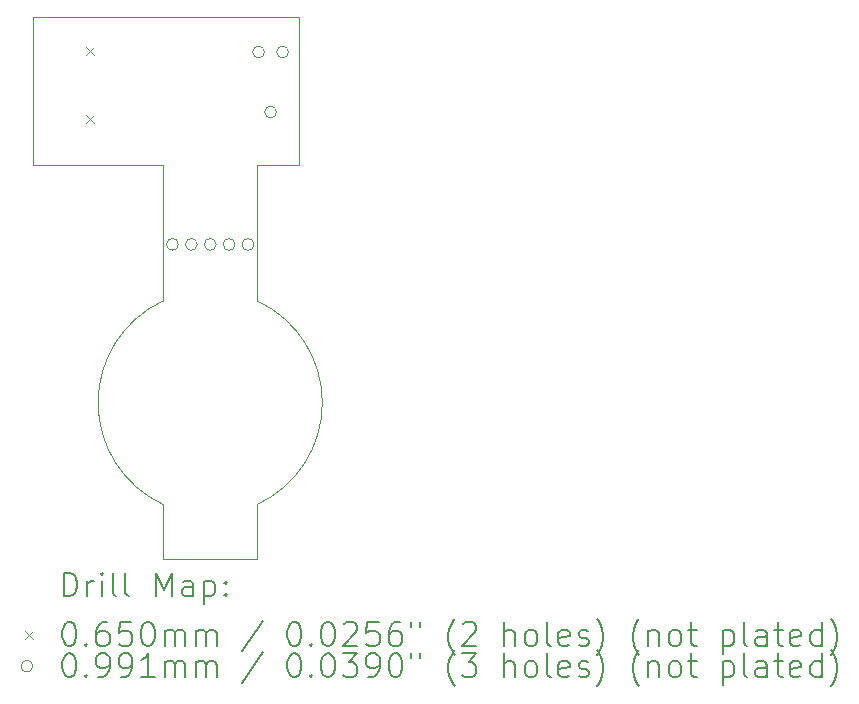
<source format=gbr>
%TF.GenerationSoftware,KiCad,Pcbnew,8.0.5-8.0.5-0~ubuntu20.04.1*%
%TF.CreationDate,2025-01-20T10:50:09+00:00*%
%TF.ProjectId,servo,73657276-6f2e-46b6-9963-61645f706362,rev?*%
%TF.SameCoordinates,Original*%
%TF.FileFunction,Drillmap*%
%TF.FilePolarity,Positive*%
%FSLAX45Y45*%
G04 Gerber Fmt 4.5, Leading zero omitted, Abs format (unit mm)*
G04 Created by KiCad (PCBNEW 8.0.5-8.0.5-0~ubuntu20.04.1) date 2025-01-20 10:50:09*
%MOMM*%
%LPD*%
G01*
G04 APERTURE LIST*
%ADD10C,0.050000*%
%ADD11C,0.200000*%
%ADD12C,0.100000*%
G04 APERTURE END LIST*
D10*
X3500000Y-2985000D02*
X4600000Y-2985000D01*
X4600000Y-6325000D02*
X4600000Y-5861000D01*
X4730000Y-3660000D02*
G75*
G02*
X4630000Y-3660000I-50000J0D01*
G01*
X4630000Y-3660000D02*
G75*
G02*
X4730000Y-3660000I50000J0D01*
G01*
X4600000Y-2985000D02*
X4600000Y-3700000D01*
X5210000Y-3660000D02*
G75*
G02*
X5110000Y-3660000I-50000J0D01*
G01*
X5110000Y-3660000D02*
G75*
G02*
X5210000Y-3660000I50000J0D01*
G01*
X5050000Y-3660000D02*
G75*
G02*
X4950000Y-3660000I-50000J0D01*
G01*
X4950000Y-3660000D02*
G75*
G02*
X5050000Y-3660000I50000J0D01*
G01*
X5400000Y-2985000D02*
X5750000Y-2985000D01*
X5370000Y-3660000D02*
G75*
G02*
X5270000Y-3660000I-50000J0D01*
G01*
X5270000Y-3660000D02*
G75*
G02*
X5370000Y-3660000I50000J0D01*
G01*
X4890000Y-3660000D02*
G75*
G02*
X4790000Y-3660000I-50000J0D01*
G01*
X4790000Y-3660000D02*
G75*
G02*
X4890000Y-3660000I50000J0D01*
G01*
X3500000Y-1735000D02*
X3500000Y-2985000D01*
X5400000Y-6325000D02*
X4600000Y-6325000D01*
X4600000Y-5861000D02*
G75*
G02*
X4600000Y-4139000I400000J861000D01*
G01*
X5400000Y-3700000D02*
X5400000Y-2985000D01*
X5750000Y-1735000D02*
X3500000Y-1735000D01*
X4600000Y-4139000D02*
X4600000Y-3700000D01*
X5400000Y-6325000D02*
X5400000Y-5861000D01*
X5400000Y-4139000D02*
X5400000Y-3700000D01*
X5750000Y-2985000D02*
X5750000Y-1735000D01*
X5400000Y-4139000D02*
G75*
G02*
X5400000Y-5861000I-400000J-861000D01*
G01*
D11*
D12*
X3950560Y-1988500D02*
X4015560Y-2053500D01*
X4015560Y-1988500D02*
X3950560Y-2053500D01*
X3950560Y-2566500D02*
X4015560Y-2631500D01*
X4015560Y-2566500D02*
X3950560Y-2631500D01*
X5459430Y-2031000D02*
G75*
G02*
X5360370Y-2031000I-49530J0D01*
G01*
X5360370Y-2031000D02*
G75*
G02*
X5459430Y-2031000I49530J0D01*
G01*
X5561030Y-2539000D02*
G75*
G02*
X5461970Y-2539000I-49530J0D01*
G01*
X5461970Y-2539000D02*
G75*
G02*
X5561030Y-2539000I49530J0D01*
G01*
X5662630Y-2031000D02*
G75*
G02*
X5563570Y-2031000I-49530J0D01*
G01*
X5563570Y-2031000D02*
G75*
G02*
X5662630Y-2031000I49530J0D01*
G01*
D11*
X3758277Y-6638984D02*
X3758277Y-6438984D01*
X3758277Y-6438984D02*
X3805896Y-6438984D01*
X3805896Y-6438984D02*
X3834467Y-6448508D01*
X3834467Y-6448508D02*
X3853515Y-6467555D01*
X3853515Y-6467555D02*
X3863039Y-6486603D01*
X3863039Y-6486603D02*
X3872562Y-6524698D01*
X3872562Y-6524698D02*
X3872562Y-6553269D01*
X3872562Y-6553269D02*
X3863039Y-6591365D01*
X3863039Y-6591365D02*
X3853515Y-6610412D01*
X3853515Y-6610412D02*
X3834467Y-6629460D01*
X3834467Y-6629460D02*
X3805896Y-6638984D01*
X3805896Y-6638984D02*
X3758277Y-6638984D01*
X3958277Y-6638984D02*
X3958277Y-6505650D01*
X3958277Y-6543746D02*
X3967801Y-6524698D01*
X3967801Y-6524698D02*
X3977324Y-6515174D01*
X3977324Y-6515174D02*
X3996372Y-6505650D01*
X3996372Y-6505650D02*
X4015420Y-6505650D01*
X4082086Y-6638984D02*
X4082086Y-6505650D01*
X4082086Y-6438984D02*
X4072562Y-6448508D01*
X4072562Y-6448508D02*
X4082086Y-6458031D01*
X4082086Y-6458031D02*
X4091610Y-6448508D01*
X4091610Y-6448508D02*
X4082086Y-6438984D01*
X4082086Y-6438984D02*
X4082086Y-6458031D01*
X4205896Y-6638984D02*
X4186848Y-6629460D01*
X4186848Y-6629460D02*
X4177324Y-6610412D01*
X4177324Y-6610412D02*
X4177324Y-6438984D01*
X4310658Y-6638984D02*
X4291610Y-6629460D01*
X4291610Y-6629460D02*
X4282086Y-6610412D01*
X4282086Y-6610412D02*
X4282086Y-6438984D01*
X4539229Y-6638984D02*
X4539229Y-6438984D01*
X4539229Y-6438984D02*
X4605896Y-6581841D01*
X4605896Y-6581841D02*
X4672563Y-6438984D01*
X4672563Y-6438984D02*
X4672563Y-6638984D01*
X4853515Y-6638984D02*
X4853515Y-6534222D01*
X4853515Y-6534222D02*
X4843991Y-6515174D01*
X4843991Y-6515174D02*
X4824944Y-6505650D01*
X4824944Y-6505650D02*
X4786848Y-6505650D01*
X4786848Y-6505650D02*
X4767801Y-6515174D01*
X4853515Y-6629460D02*
X4834467Y-6638984D01*
X4834467Y-6638984D02*
X4786848Y-6638984D01*
X4786848Y-6638984D02*
X4767801Y-6629460D01*
X4767801Y-6629460D02*
X4758277Y-6610412D01*
X4758277Y-6610412D02*
X4758277Y-6591365D01*
X4758277Y-6591365D02*
X4767801Y-6572317D01*
X4767801Y-6572317D02*
X4786848Y-6562793D01*
X4786848Y-6562793D02*
X4834467Y-6562793D01*
X4834467Y-6562793D02*
X4853515Y-6553269D01*
X4948753Y-6505650D02*
X4948753Y-6705650D01*
X4948753Y-6515174D02*
X4967801Y-6505650D01*
X4967801Y-6505650D02*
X5005896Y-6505650D01*
X5005896Y-6505650D02*
X5024944Y-6515174D01*
X5024944Y-6515174D02*
X5034467Y-6524698D01*
X5034467Y-6524698D02*
X5043991Y-6543746D01*
X5043991Y-6543746D02*
X5043991Y-6600888D01*
X5043991Y-6600888D02*
X5034467Y-6619936D01*
X5034467Y-6619936D02*
X5024944Y-6629460D01*
X5024944Y-6629460D02*
X5005896Y-6638984D01*
X5005896Y-6638984D02*
X4967801Y-6638984D01*
X4967801Y-6638984D02*
X4948753Y-6629460D01*
X5129705Y-6619936D02*
X5139229Y-6629460D01*
X5139229Y-6629460D02*
X5129705Y-6638984D01*
X5129705Y-6638984D02*
X5120182Y-6629460D01*
X5120182Y-6629460D02*
X5129705Y-6619936D01*
X5129705Y-6619936D02*
X5129705Y-6638984D01*
X5129705Y-6515174D02*
X5139229Y-6524698D01*
X5139229Y-6524698D02*
X5129705Y-6534222D01*
X5129705Y-6534222D02*
X5120182Y-6524698D01*
X5120182Y-6524698D02*
X5129705Y-6515174D01*
X5129705Y-6515174D02*
X5129705Y-6534222D01*
D12*
X3432500Y-6935000D02*
X3497500Y-7000000D01*
X3497500Y-6935000D02*
X3432500Y-7000000D01*
D11*
X3796372Y-6858984D02*
X3815420Y-6858984D01*
X3815420Y-6858984D02*
X3834467Y-6868508D01*
X3834467Y-6868508D02*
X3843991Y-6878031D01*
X3843991Y-6878031D02*
X3853515Y-6897079D01*
X3853515Y-6897079D02*
X3863039Y-6935174D01*
X3863039Y-6935174D02*
X3863039Y-6982793D01*
X3863039Y-6982793D02*
X3853515Y-7020888D01*
X3853515Y-7020888D02*
X3843991Y-7039936D01*
X3843991Y-7039936D02*
X3834467Y-7049460D01*
X3834467Y-7049460D02*
X3815420Y-7058984D01*
X3815420Y-7058984D02*
X3796372Y-7058984D01*
X3796372Y-7058984D02*
X3777324Y-7049460D01*
X3777324Y-7049460D02*
X3767801Y-7039936D01*
X3767801Y-7039936D02*
X3758277Y-7020888D01*
X3758277Y-7020888D02*
X3748753Y-6982793D01*
X3748753Y-6982793D02*
X3748753Y-6935174D01*
X3748753Y-6935174D02*
X3758277Y-6897079D01*
X3758277Y-6897079D02*
X3767801Y-6878031D01*
X3767801Y-6878031D02*
X3777324Y-6868508D01*
X3777324Y-6868508D02*
X3796372Y-6858984D01*
X3948753Y-7039936D02*
X3958277Y-7049460D01*
X3958277Y-7049460D02*
X3948753Y-7058984D01*
X3948753Y-7058984D02*
X3939229Y-7049460D01*
X3939229Y-7049460D02*
X3948753Y-7039936D01*
X3948753Y-7039936D02*
X3948753Y-7058984D01*
X4129705Y-6858984D02*
X4091610Y-6858984D01*
X4091610Y-6858984D02*
X4072562Y-6868508D01*
X4072562Y-6868508D02*
X4063039Y-6878031D01*
X4063039Y-6878031D02*
X4043991Y-6906603D01*
X4043991Y-6906603D02*
X4034467Y-6944698D01*
X4034467Y-6944698D02*
X4034467Y-7020888D01*
X4034467Y-7020888D02*
X4043991Y-7039936D01*
X4043991Y-7039936D02*
X4053515Y-7049460D01*
X4053515Y-7049460D02*
X4072562Y-7058984D01*
X4072562Y-7058984D02*
X4110658Y-7058984D01*
X4110658Y-7058984D02*
X4129705Y-7049460D01*
X4129705Y-7049460D02*
X4139229Y-7039936D01*
X4139229Y-7039936D02*
X4148753Y-7020888D01*
X4148753Y-7020888D02*
X4148753Y-6973269D01*
X4148753Y-6973269D02*
X4139229Y-6954222D01*
X4139229Y-6954222D02*
X4129705Y-6944698D01*
X4129705Y-6944698D02*
X4110658Y-6935174D01*
X4110658Y-6935174D02*
X4072562Y-6935174D01*
X4072562Y-6935174D02*
X4053515Y-6944698D01*
X4053515Y-6944698D02*
X4043991Y-6954222D01*
X4043991Y-6954222D02*
X4034467Y-6973269D01*
X4329705Y-6858984D02*
X4234467Y-6858984D01*
X4234467Y-6858984D02*
X4224944Y-6954222D01*
X4224944Y-6954222D02*
X4234467Y-6944698D01*
X4234467Y-6944698D02*
X4253515Y-6935174D01*
X4253515Y-6935174D02*
X4301134Y-6935174D01*
X4301134Y-6935174D02*
X4320182Y-6944698D01*
X4320182Y-6944698D02*
X4329705Y-6954222D01*
X4329705Y-6954222D02*
X4339229Y-6973269D01*
X4339229Y-6973269D02*
X4339229Y-7020888D01*
X4339229Y-7020888D02*
X4329705Y-7039936D01*
X4329705Y-7039936D02*
X4320182Y-7049460D01*
X4320182Y-7049460D02*
X4301134Y-7058984D01*
X4301134Y-7058984D02*
X4253515Y-7058984D01*
X4253515Y-7058984D02*
X4234467Y-7049460D01*
X4234467Y-7049460D02*
X4224944Y-7039936D01*
X4463039Y-6858984D02*
X4482086Y-6858984D01*
X4482086Y-6858984D02*
X4501134Y-6868508D01*
X4501134Y-6868508D02*
X4510658Y-6878031D01*
X4510658Y-6878031D02*
X4520182Y-6897079D01*
X4520182Y-6897079D02*
X4529705Y-6935174D01*
X4529705Y-6935174D02*
X4529705Y-6982793D01*
X4529705Y-6982793D02*
X4520182Y-7020888D01*
X4520182Y-7020888D02*
X4510658Y-7039936D01*
X4510658Y-7039936D02*
X4501134Y-7049460D01*
X4501134Y-7049460D02*
X4482086Y-7058984D01*
X4482086Y-7058984D02*
X4463039Y-7058984D01*
X4463039Y-7058984D02*
X4443991Y-7049460D01*
X4443991Y-7049460D02*
X4434467Y-7039936D01*
X4434467Y-7039936D02*
X4424944Y-7020888D01*
X4424944Y-7020888D02*
X4415420Y-6982793D01*
X4415420Y-6982793D02*
X4415420Y-6935174D01*
X4415420Y-6935174D02*
X4424944Y-6897079D01*
X4424944Y-6897079D02*
X4434467Y-6878031D01*
X4434467Y-6878031D02*
X4443991Y-6868508D01*
X4443991Y-6868508D02*
X4463039Y-6858984D01*
X4615420Y-7058984D02*
X4615420Y-6925650D01*
X4615420Y-6944698D02*
X4624944Y-6935174D01*
X4624944Y-6935174D02*
X4643991Y-6925650D01*
X4643991Y-6925650D02*
X4672563Y-6925650D01*
X4672563Y-6925650D02*
X4691610Y-6935174D01*
X4691610Y-6935174D02*
X4701134Y-6954222D01*
X4701134Y-6954222D02*
X4701134Y-7058984D01*
X4701134Y-6954222D02*
X4710658Y-6935174D01*
X4710658Y-6935174D02*
X4729705Y-6925650D01*
X4729705Y-6925650D02*
X4758277Y-6925650D01*
X4758277Y-6925650D02*
X4777325Y-6935174D01*
X4777325Y-6935174D02*
X4786848Y-6954222D01*
X4786848Y-6954222D02*
X4786848Y-7058984D01*
X4882086Y-7058984D02*
X4882086Y-6925650D01*
X4882086Y-6944698D02*
X4891610Y-6935174D01*
X4891610Y-6935174D02*
X4910658Y-6925650D01*
X4910658Y-6925650D02*
X4939229Y-6925650D01*
X4939229Y-6925650D02*
X4958277Y-6935174D01*
X4958277Y-6935174D02*
X4967801Y-6954222D01*
X4967801Y-6954222D02*
X4967801Y-7058984D01*
X4967801Y-6954222D02*
X4977325Y-6935174D01*
X4977325Y-6935174D02*
X4996372Y-6925650D01*
X4996372Y-6925650D02*
X5024944Y-6925650D01*
X5024944Y-6925650D02*
X5043991Y-6935174D01*
X5043991Y-6935174D02*
X5053515Y-6954222D01*
X5053515Y-6954222D02*
X5053515Y-7058984D01*
X5443991Y-6849460D02*
X5272563Y-7106603D01*
X5701134Y-6858984D02*
X5720182Y-6858984D01*
X5720182Y-6858984D02*
X5739229Y-6868508D01*
X5739229Y-6868508D02*
X5748753Y-6878031D01*
X5748753Y-6878031D02*
X5758277Y-6897079D01*
X5758277Y-6897079D02*
X5767801Y-6935174D01*
X5767801Y-6935174D02*
X5767801Y-6982793D01*
X5767801Y-6982793D02*
X5758277Y-7020888D01*
X5758277Y-7020888D02*
X5748753Y-7039936D01*
X5748753Y-7039936D02*
X5739229Y-7049460D01*
X5739229Y-7049460D02*
X5720182Y-7058984D01*
X5720182Y-7058984D02*
X5701134Y-7058984D01*
X5701134Y-7058984D02*
X5682086Y-7049460D01*
X5682086Y-7049460D02*
X5672563Y-7039936D01*
X5672563Y-7039936D02*
X5663039Y-7020888D01*
X5663039Y-7020888D02*
X5653515Y-6982793D01*
X5653515Y-6982793D02*
X5653515Y-6935174D01*
X5653515Y-6935174D02*
X5663039Y-6897079D01*
X5663039Y-6897079D02*
X5672563Y-6878031D01*
X5672563Y-6878031D02*
X5682086Y-6868508D01*
X5682086Y-6868508D02*
X5701134Y-6858984D01*
X5853515Y-7039936D02*
X5863039Y-7049460D01*
X5863039Y-7049460D02*
X5853515Y-7058984D01*
X5853515Y-7058984D02*
X5843991Y-7049460D01*
X5843991Y-7049460D02*
X5853515Y-7039936D01*
X5853515Y-7039936D02*
X5853515Y-7058984D01*
X5986848Y-6858984D02*
X6005896Y-6858984D01*
X6005896Y-6858984D02*
X6024944Y-6868508D01*
X6024944Y-6868508D02*
X6034467Y-6878031D01*
X6034467Y-6878031D02*
X6043991Y-6897079D01*
X6043991Y-6897079D02*
X6053515Y-6935174D01*
X6053515Y-6935174D02*
X6053515Y-6982793D01*
X6053515Y-6982793D02*
X6043991Y-7020888D01*
X6043991Y-7020888D02*
X6034467Y-7039936D01*
X6034467Y-7039936D02*
X6024944Y-7049460D01*
X6024944Y-7049460D02*
X6005896Y-7058984D01*
X6005896Y-7058984D02*
X5986848Y-7058984D01*
X5986848Y-7058984D02*
X5967801Y-7049460D01*
X5967801Y-7049460D02*
X5958277Y-7039936D01*
X5958277Y-7039936D02*
X5948753Y-7020888D01*
X5948753Y-7020888D02*
X5939229Y-6982793D01*
X5939229Y-6982793D02*
X5939229Y-6935174D01*
X5939229Y-6935174D02*
X5948753Y-6897079D01*
X5948753Y-6897079D02*
X5958277Y-6878031D01*
X5958277Y-6878031D02*
X5967801Y-6868508D01*
X5967801Y-6868508D02*
X5986848Y-6858984D01*
X6129706Y-6878031D02*
X6139229Y-6868508D01*
X6139229Y-6868508D02*
X6158277Y-6858984D01*
X6158277Y-6858984D02*
X6205896Y-6858984D01*
X6205896Y-6858984D02*
X6224944Y-6868508D01*
X6224944Y-6868508D02*
X6234467Y-6878031D01*
X6234467Y-6878031D02*
X6243991Y-6897079D01*
X6243991Y-6897079D02*
X6243991Y-6916127D01*
X6243991Y-6916127D02*
X6234467Y-6944698D01*
X6234467Y-6944698D02*
X6120182Y-7058984D01*
X6120182Y-7058984D02*
X6243991Y-7058984D01*
X6424944Y-6858984D02*
X6329706Y-6858984D01*
X6329706Y-6858984D02*
X6320182Y-6954222D01*
X6320182Y-6954222D02*
X6329706Y-6944698D01*
X6329706Y-6944698D02*
X6348753Y-6935174D01*
X6348753Y-6935174D02*
X6396372Y-6935174D01*
X6396372Y-6935174D02*
X6415420Y-6944698D01*
X6415420Y-6944698D02*
X6424944Y-6954222D01*
X6424944Y-6954222D02*
X6434467Y-6973269D01*
X6434467Y-6973269D02*
X6434467Y-7020888D01*
X6434467Y-7020888D02*
X6424944Y-7039936D01*
X6424944Y-7039936D02*
X6415420Y-7049460D01*
X6415420Y-7049460D02*
X6396372Y-7058984D01*
X6396372Y-7058984D02*
X6348753Y-7058984D01*
X6348753Y-7058984D02*
X6329706Y-7049460D01*
X6329706Y-7049460D02*
X6320182Y-7039936D01*
X6605896Y-6858984D02*
X6567801Y-6858984D01*
X6567801Y-6858984D02*
X6548753Y-6868508D01*
X6548753Y-6868508D02*
X6539229Y-6878031D01*
X6539229Y-6878031D02*
X6520182Y-6906603D01*
X6520182Y-6906603D02*
X6510658Y-6944698D01*
X6510658Y-6944698D02*
X6510658Y-7020888D01*
X6510658Y-7020888D02*
X6520182Y-7039936D01*
X6520182Y-7039936D02*
X6529706Y-7049460D01*
X6529706Y-7049460D02*
X6548753Y-7058984D01*
X6548753Y-7058984D02*
X6586848Y-7058984D01*
X6586848Y-7058984D02*
X6605896Y-7049460D01*
X6605896Y-7049460D02*
X6615420Y-7039936D01*
X6615420Y-7039936D02*
X6624944Y-7020888D01*
X6624944Y-7020888D02*
X6624944Y-6973269D01*
X6624944Y-6973269D02*
X6615420Y-6954222D01*
X6615420Y-6954222D02*
X6605896Y-6944698D01*
X6605896Y-6944698D02*
X6586848Y-6935174D01*
X6586848Y-6935174D02*
X6548753Y-6935174D01*
X6548753Y-6935174D02*
X6529706Y-6944698D01*
X6529706Y-6944698D02*
X6520182Y-6954222D01*
X6520182Y-6954222D02*
X6510658Y-6973269D01*
X6701134Y-6858984D02*
X6701134Y-6897079D01*
X6777325Y-6858984D02*
X6777325Y-6897079D01*
X7072563Y-7135174D02*
X7063039Y-7125650D01*
X7063039Y-7125650D02*
X7043991Y-7097079D01*
X7043991Y-7097079D02*
X7034468Y-7078031D01*
X7034468Y-7078031D02*
X7024944Y-7049460D01*
X7024944Y-7049460D02*
X7015420Y-7001841D01*
X7015420Y-7001841D02*
X7015420Y-6963746D01*
X7015420Y-6963746D02*
X7024944Y-6916127D01*
X7024944Y-6916127D02*
X7034468Y-6887555D01*
X7034468Y-6887555D02*
X7043991Y-6868508D01*
X7043991Y-6868508D02*
X7063039Y-6839936D01*
X7063039Y-6839936D02*
X7072563Y-6830412D01*
X7139229Y-6878031D02*
X7148753Y-6868508D01*
X7148753Y-6868508D02*
X7167801Y-6858984D01*
X7167801Y-6858984D02*
X7215420Y-6858984D01*
X7215420Y-6858984D02*
X7234468Y-6868508D01*
X7234468Y-6868508D02*
X7243991Y-6878031D01*
X7243991Y-6878031D02*
X7253515Y-6897079D01*
X7253515Y-6897079D02*
X7253515Y-6916127D01*
X7253515Y-6916127D02*
X7243991Y-6944698D01*
X7243991Y-6944698D02*
X7129706Y-7058984D01*
X7129706Y-7058984D02*
X7253515Y-7058984D01*
X7491610Y-7058984D02*
X7491610Y-6858984D01*
X7577325Y-7058984D02*
X7577325Y-6954222D01*
X7577325Y-6954222D02*
X7567801Y-6935174D01*
X7567801Y-6935174D02*
X7548753Y-6925650D01*
X7548753Y-6925650D02*
X7520182Y-6925650D01*
X7520182Y-6925650D02*
X7501134Y-6935174D01*
X7501134Y-6935174D02*
X7491610Y-6944698D01*
X7701134Y-7058984D02*
X7682087Y-7049460D01*
X7682087Y-7049460D02*
X7672563Y-7039936D01*
X7672563Y-7039936D02*
X7663039Y-7020888D01*
X7663039Y-7020888D02*
X7663039Y-6963746D01*
X7663039Y-6963746D02*
X7672563Y-6944698D01*
X7672563Y-6944698D02*
X7682087Y-6935174D01*
X7682087Y-6935174D02*
X7701134Y-6925650D01*
X7701134Y-6925650D02*
X7729706Y-6925650D01*
X7729706Y-6925650D02*
X7748753Y-6935174D01*
X7748753Y-6935174D02*
X7758277Y-6944698D01*
X7758277Y-6944698D02*
X7767801Y-6963746D01*
X7767801Y-6963746D02*
X7767801Y-7020888D01*
X7767801Y-7020888D02*
X7758277Y-7039936D01*
X7758277Y-7039936D02*
X7748753Y-7049460D01*
X7748753Y-7049460D02*
X7729706Y-7058984D01*
X7729706Y-7058984D02*
X7701134Y-7058984D01*
X7882087Y-7058984D02*
X7863039Y-7049460D01*
X7863039Y-7049460D02*
X7853515Y-7030412D01*
X7853515Y-7030412D02*
X7853515Y-6858984D01*
X8034468Y-7049460D02*
X8015420Y-7058984D01*
X8015420Y-7058984D02*
X7977325Y-7058984D01*
X7977325Y-7058984D02*
X7958277Y-7049460D01*
X7958277Y-7049460D02*
X7948753Y-7030412D01*
X7948753Y-7030412D02*
X7948753Y-6954222D01*
X7948753Y-6954222D02*
X7958277Y-6935174D01*
X7958277Y-6935174D02*
X7977325Y-6925650D01*
X7977325Y-6925650D02*
X8015420Y-6925650D01*
X8015420Y-6925650D02*
X8034468Y-6935174D01*
X8034468Y-6935174D02*
X8043991Y-6954222D01*
X8043991Y-6954222D02*
X8043991Y-6973269D01*
X8043991Y-6973269D02*
X7948753Y-6992317D01*
X8120182Y-7049460D02*
X8139230Y-7058984D01*
X8139230Y-7058984D02*
X8177325Y-7058984D01*
X8177325Y-7058984D02*
X8196372Y-7049460D01*
X8196372Y-7049460D02*
X8205896Y-7030412D01*
X8205896Y-7030412D02*
X8205896Y-7020888D01*
X8205896Y-7020888D02*
X8196372Y-7001841D01*
X8196372Y-7001841D02*
X8177325Y-6992317D01*
X8177325Y-6992317D02*
X8148753Y-6992317D01*
X8148753Y-6992317D02*
X8129706Y-6982793D01*
X8129706Y-6982793D02*
X8120182Y-6963746D01*
X8120182Y-6963746D02*
X8120182Y-6954222D01*
X8120182Y-6954222D02*
X8129706Y-6935174D01*
X8129706Y-6935174D02*
X8148753Y-6925650D01*
X8148753Y-6925650D02*
X8177325Y-6925650D01*
X8177325Y-6925650D02*
X8196372Y-6935174D01*
X8272563Y-7135174D02*
X8282087Y-7125650D01*
X8282087Y-7125650D02*
X8301134Y-7097079D01*
X8301134Y-7097079D02*
X8310658Y-7078031D01*
X8310658Y-7078031D02*
X8320182Y-7049460D01*
X8320182Y-7049460D02*
X8329706Y-7001841D01*
X8329706Y-7001841D02*
X8329706Y-6963746D01*
X8329706Y-6963746D02*
X8320182Y-6916127D01*
X8320182Y-6916127D02*
X8310658Y-6887555D01*
X8310658Y-6887555D02*
X8301134Y-6868508D01*
X8301134Y-6868508D02*
X8282087Y-6839936D01*
X8282087Y-6839936D02*
X8272563Y-6830412D01*
X8634468Y-7135174D02*
X8624944Y-7125650D01*
X8624944Y-7125650D02*
X8605896Y-7097079D01*
X8605896Y-7097079D02*
X8596373Y-7078031D01*
X8596373Y-7078031D02*
X8586849Y-7049460D01*
X8586849Y-7049460D02*
X8577325Y-7001841D01*
X8577325Y-7001841D02*
X8577325Y-6963746D01*
X8577325Y-6963746D02*
X8586849Y-6916127D01*
X8586849Y-6916127D02*
X8596373Y-6887555D01*
X8596373Y-6887555D02*
X8605896Y-6868508D01*
X8605896Y-6868508D02*
X8624944Y-6839936D01*
X8624944Y-6839936D02*
X8634468Y-6830412D01*
X8710658Y-6925650D02*
X8710658Y-7058984D01*
X8710658Y-6944698D02*
X8720182Y-6935174D01*
X8720182Y-6935174D02*
X8739230Y-6925650D01*
X8739230Y-6925650D02*
X8767801Y-6925650D01*
X8767801Y-6925650D02*
X8786849Y-6935174D01*
X8786849Y-6935174D02*
X8796373Y-6954222D01*
X8796373Y-6954222D02*
X8796373Y-7058984D01*
X8920182Y-7058984D02*
X8901134Y-7049460D01*
X8901134Y-7049460D02*
X8891611Y-7039936D01*
X8891611Y-7039936D02*
X8882087Y-7020888D01*
X8882087Y-7020888D02*
X8882087Y-6963746D01*
X8882087Y-6963746D02*
X8891611Y-6944698D01*
X8891611Y-6944698D02*
X8901134Y-6935174D01*
X8901134Y-6935174D02*
X8920182Y-6925650D01*
X8920182Y-6925650D02*
X8948754Y-6925650D01*
X8948754Y-6925650D02*
X8967801Y-6935174D01*
X8967801Y-6935174D02*
X8977325Y-6944698D01*
X8977325Y-6944698D02*
X8986849Y-6963746D01*
X8986849Y-6963746D02*
X8986849Y-7020888D01*
X8986849Y-7020888D02*
X8977325Y-7039936D01*
X8977325Y-7039936D02*
X8967801Y-7049460D01*
X8967801Y-7049460D02*
X8948754Y-7058984D01*
X8948754Y-7058984D02*
X8920182Y-7058984D01*
X9043992Y-6925650D02*
X9120182Y-6925650D01*
X9072563Y-6858984D02*
X9072563Y-7030412D01*
X9072563Y-7030412D02*
X9082087Y-7049460D01*
X9082087Y-7049460D02*
X9101134Y-7058984D01*
X9101134Y-7058984D02*
X9120182Y-7058984D01*
X9339230Y-6925650D02*
X9339230Y-7125650D01*
X9339230Y-6935174D02*
X9358277Y-6925650D01*
X9358277Y-6925650D02*
X9396373Y-6925650D01*
X9396373Y-6925650D02*
X9415420Y-6935174D01*
X9415420Y-6935174D02*
X9424944Y-6944698D01*
X9424944Y-6944698D02*
X9434468Y-6963746D01*
X9434468Y-6963746D02*
X9434468Y-7020888D01*
X9434468Y-7020888D02*
X9424944Y-7039936D01*
X9424944Y-7039936D02*
X9415420Y-7049460D01*
X9415420Y-7049460D02*
X9396373Y-7058984D01*
X9396373Y-7058984D02*
X9358277Y-7058984D01*
X9358277Y-7058984D02*
X9339230Y-7049460D01*
X9548754Y-7058984D02*
X9529706Y-7049460D01*
X9529706Y-7049460D02*
X9520182Y-7030412D01*
X9520182Y-7030412D02*
X9520182Y-6858984D01*
X9710658Y-7058984D02*
X9710658Y-6954222D01*
X9710658Y-6954222D02*
X9701135Y-6935174D01*
X9701135Y-6935174D02*
X9682087Y-6925650D01*
X9682087Y-6925650D02*
X9643992Y-6925650D01*
X9643992Y-6925650D02*
X9624944Y-6935174D01*
X9710658Y-7049460D02*
X9691611Y-7058984D01*
X9691611Y-7058984D02*
X9643992Y-7058984D01*
X9643992Y-7058984D02*
X9624944Y-7049460D01*
X9624944Y-7049460D02*
X9615420Y-7030412D01*
X9615420Y-7030412D02*
X9615420Y-7011365D01*
X9615420Y-7011365D02*
X9624944Y-6992317D01*
X9624944Y-6992317D02*
X9643992Y-6982793D01*
X9643992Y-6982793D02*
X9691611Y-6982793D01*
X9691611Y-6982793D02*
X9710658Y-6973269D01*
X9777325Y-6925650D02*
X9853515Y-6925650D01*
X9805896Y-6858984D02*
X9805896Y-7030412D01*
X9805896Y-7030412D02*
X9815420Y-7049460D01*
X9815420Y-7049460D02*
X9834468Y-7058984D01*
X9834468Y-7058984D02*
X9853515Y-7058984D01*
X9996373Y-7049460D02*
X9977325Y-7058984D01*
X9977325Y-7058984D02*
X9939230Y-7058984D01*
X9939230Y-7058984D02*
X9920182Y-7049460D01*
X9920182Y-7049460D02*
X9910658Y-7030412D01*
X9910658Y-7030412D02*
X9910658Y-6954222D01*
X9910658Y-6954222D02*
X9920182Y-6935174D01*
X9920182Y-6935174D02*
X9939230Y-6925650D01*
X9939230Y-6925650D02*
X9977325Y-6925650D01*
X9977325Y-6925650D02*
X9996373Y-6935174D01*
X9996373Y-6935174D02*
X10005896Y-6954222D01*
X10005896Y-6954222D02*
X10005896Y-6973269D01*
X10005896Y-6973269D02*
X9910658Y-6992317D01*
X10177325Y-7058984D02*
X10177325Y-6858984D01*
X10177325Y-7049460D02*
X10158277Y-7058984D01*
X10158277Y-7058984D02*
X10120182Y-7058984D01*
X10120182Y-7058984D02*
X10101135Y-7049460D01*
X10101135Y-7049460D02*
X10091611Y-7039936D01*
X10091611Y-7039936D02*
X10082087Y-7020888D01*
X10082087Y-7020888D02*
X10082087Y-6963746D01*
X10082087Y-6963746D02*
X10091611Y-6944698D01*
X10091611Y-6944698D02*
X10101135Y-6935174D01*
X10101135Y-6935174D02*
X10120182Y-6925650D01*
X10120182Y-6925650D02*
X10158277Y-6925650D01*
X10158277Y-6925650D02*
X10177325Y-6935174D01*
X10253516Y-7135174D02*
X10263039Y-7125650D01*
X10263039Y-7125650D02*
X10282087Y-7097079D01*
X10282087Y-7097079D02*
X10291611Y-7078031D01*
X10291611Y-7078031D02*
X10301135Y-7049460D01*
X10301135Y-7049460D02*
X10310658Y-7001841D01*
X10310658Y-7001841D02*
X10310658Y-6963746D01*
X10310658Y-6963746D02*
X10301135Y-6916127D01*
X10301135Y-6916127D02*
X10291611Y-6887555D01*
X10291611Y-6887555D02*
X10282087Y-6868508D01*
X10282087Y-6868508D02*
X10263039Y-6839936D01*
X10263039Y-6839936D02*
X10253516Y-6830412D01*
D12*
X3497500Y-7231500D02*
G75*
G02*
X3398440Y-7231500I-49530J0D01*
G01*
X3398440Y-7231500D02*
G75*
G02*
X3497500Y-7231500I49530J0D01*
G01*
D11*
X3796372Y-7122984D02*
X3815420Y-7122984D01*
X3815420Y-7122984D02*
X3834467Y-7132508D01*
X3834467Y-7132508D02*
X3843991Y-7142031D01*
X3843991Y-7142031D02*
X3853515Y-7161079D01*
X3853515Y-7161079D02*
X3863039Y-7199174D01*
X3863039Y-7199174D02*
X3863039Y-7246793D01*
X3863039Y-7246793D02*
X3853515Y-7284888D01*
X3853515Y-7284888D02*
X3843991Y-7303936D01*
X3843991Y-7303936D02*
X3834467Y-7313460D01*
X3834467Y-7313460D02*
X3815420Y-7322984D01*
X3815420Y-7322984D02*
X3796372Y-7322984D01*
X3796372Y-7322984D02*
X3777324Y-7313460D01*
X3777324Y-7313460D02*
X3767801Y-7303936D01*
X3767801Y-7303936D02*
X3758277Y-7284888D01*
X3758277Y-7284888D02*
X3748753Y-7246793D01*
X3748753Y-7246793D02*
X3748753Y-7199174D01*
X3748753Y-7199174D02*
X3758277Y-7161079D01*
X3758277Y-7161079D02*
X3767801Y-7142031D01*
X3767801Y-7142031D02*
X3777324Y-7132508D01*
X3777324Y-7132508D02*
X3796372Y-7122984D01*
X3948753Y-7303936D02*
X3958277Y-7313460D01*
X3958277Y-7313460D02*
X3948753Y-7322984D01*
X3948753Y-7322984D02*
X3939229Y-7313460D01*
X3939229Y-7313460D02*
X3948753Y-7303936D01*
X3948753Y-7303936D02*
X3948753Y-7322984D01*
X4053515Y-7322984D02*
X4091610Y-7322984D01*
X4091610Y-7322984D02*
X4110658Y-7313460D01*
X4110658Y-7313460D02*
X4120182Y-7303936D01*
X4120182Y-7303936D02*
X4139229Y-7275365D01*
X4139229Y-7275365D02*
X4148753Y-7237269D01*
X4148753Y-7237269D02*
X4148753Y-7161079D01*
X4148753Y-7161079D02*
X4139229Y-7142031D01*
X4139229Y-7142031D02*
X4129705Y-7132508D01*
X4129705Y-7132508D02*
X4110658Y-7122984D01*
X4110658Y-7122984D02*
X4072562Y-7122984D01*
X4072562Y-7122984D02*
X4053515Y-7132508D01*
X4053515Y-7132508D02*
X4043991Y-7142031D01*
X4043991Y-7142031D02*
X4034467Y-7161079D01*
X4034467Y-7161079D02*
X4034467Y-7208698D01*
X4034467Y-7208698D02*
X4043991Y-7227746D01*
X4043991Y-7227746D02*
X4053515Y-7237269D01*
X4053515Y-7237269D02*
X4072562Y-7246793D01*
X4072562Y-7246793D02*
X4110658Y-7246793D01*
X4110658Y-7246793D02*
X4129705Y-7237269D01*
X4129705Y-7237269D02*
X4139229Y-7227746D01*
X4139229Y-7227746D02*
X4148753Y-7208698D01*
X4243991Y-7322984D02*
X4282086Y-7322984D01*
X4282086Y-7322984D02*
X4301134Y-7313460D01*
X4301134Y-7313460D02*
X4310658Y-7303936D01*
X4310658Y-7303936D02*
X4329705Y-7275365D01*
X4329705Y-7275365D02*
X4339229Y-7237269D01*
X4339229Y-7237269D02*
X4339229Y-7161079D01*
X4339229Y-7161079D02*
X4329705Y-7142031D01*
X4329705Y-7142031D02*
X4320182Y-7132508D01*
X4320182Y-7132508D02*
X4301134Y-7122984D01*
X4301134Y-7122984D02*
X4263039Y-7122984D01*
X4263039Y-7122984D02*
X4243991Y-7132508D01*
X4243991Y-7132508D02*
X4234467Y-7142031D01*
X4234467Y-7142031D02*
X4224944Y-7161079D01*
X4224944Y-7161079D02*
X4224944Y-7208698D01*
X4224944Y-7208698D02*
X4234467Y-7227746D01*
X4234467Y-7227746D02*
X4243991Y-7237269D01*
X4243991Y-7237269D02*
X4263039Y-7246793D01*
X4263039Y-7246793D02*
X4301134Y-7246793D01*
X4301134Y-7246793D02*
X4320182Y-7237269D01*
X4320182Y-7237269D02*
X4329705Y-7227746D01*
X4329705Y-7227746D02*
X4339229Y-7208698D01*
X4529705Y-7322984D02*
X4415420Y-7322984D01*
X4472563Y-7322984D02*
X4472563Y-7122984D01*
X4472563Y-7122984D02*
X4453515Y-7151555D01*
X4453515Y-7151555D02*
X4434467Y-7170603D01*
X4434467Y-7170603D02*
X4415420Y-7180127D01*
X4615420Y-7322984D02*
X4615420Y-7189650D01*
X4615420Y-7208698D02*
X4624944Y-7199174D01*
X4624944Y-7199174D02*
X4643991Y-7189650D01*
X4643991Y-7189650D02*
X4672563Y-7189650D01*
X4672563Y-7189650D02*
X4691610Y-7199174D01*
X4691610Y-7199174D02*
X4701134Y-7218222D01*
X4701134Y-7218222D02*
X4701134Y-7322984D01*
X4701134Y-7218222D02*
X4710658Y-7199174D01*
X4710658Y-7199174D02*
X4729705Y-7189650D01*
X4729705Y-7189650D02*
X4758277Y-7189650D01*
X4758277Y-7189650D02*
X4777325Y-7199174D01*
X4777325Y-7199174D02*
X4786848Y-7218222D01*
X4786848Y-7218222D02*
X4786848Y-7322984D01*
X4882086Y-7322984D02*
X4882086Y-7189650D01*
X4882086Y-7208698D02*
X4891610Y-7199174D01*
X4891610Y-7199174D02*
X4910658Y-7189650D01*
X4910658Y-7189650D02*
X4939229Y-7189650D01*
X4939229Y-7189650D02*
X4958277Y-7199174D01*
X4958277Y-7199174D02*
X4967801Y-7218222D01*
X4967801Y-7218222D02*
X4967801Y-7322984D01*
X4967801Y-7218222D02*
X4977325Y-7199174D01*
X4977325Y-7199174D02*
X4996372Y-7189650D01*
X4996372Y-7189650D02*
X5024944Y-7189650D01*
X5024944Y-7189650D02*
X5043991Y-7199174D01*
X5043991Y-7199174D02*
X5053515Y-7218222D01*
X5053515Y-7218222D02*
X5053515Y-7322984D01*
X5443991Y-7113460D02*
X5272563Y-7370603D01*
X5701134Y-7122984D02*
X5720182Y-7122984D01*
X5720182Y-7122984D02*
X5739229Y-7132508D01*
X5739229Y-7132508D02*
X5748753Y-7142031D01*
X5748753Y-7142031D02*
X5758277Y-7161079D01*
X5758277Y-7161079D02*
X5767801Y-7199174D01*
X5767801Y-7199174D02*
X5767801Y-7246793D01*
X5767801Y-7246793D02*
X5758277Y-7284888D01*
X5758277Y-7284888D02*
X5748753Y-7303936D01*
X5748753Y-7303936D02*
X5739229Y-7313460D01*
X5739229Y-7313460D02*
X5720182Y-7322984D01*
X5720182Y-7322984D02*
X5701134Y-7322984D01*
X5701134Y-7322984D02*
X5682086Y-7313460D01*
X5682086Y-7313460D02*
X5672563Y-7303936D01*
X5672563Y-7303936D02*
X5663039Y-7284888D01*
X5663039Y-7284888D02*
X5653515Y-7246793D01*
X5653515Y-7246793D02*
X5653515Y-7199174D01*
X5653515Y-7199174D02*
X5663039Y-7161079D01*
X5663039Y-7161079D02*
X5672563Y-7142031D01*
X5672563Y-7142031D02*
X5682086Y-7132508D01*
X5682086Y-7132508D02*
X5701134Y-7122984D01*
X5853515Y-7303936D02*
X5863039Y-7313460D01*
X5863039Y-7313460D02*
X5853515Y-7322984D01*
X5853515Y-7322984D02*
X5843991Y-7313460D01*
X5843991Y-7313460D02*
X5853515Y-7303936D01*
X5853515Y-7303936D02*
X5853515Y-7322984D01*
X5986848Y-7122984D02*
X6005896Y-7122984D01*
X6005896Y-7122984D02*
X6024944Y-7132508D01*
X6024944Y-7132508D02*
X6034467Y-7142031D01*
X6034467Y-7142031D02*
X6043991Y-7161079D01*
X6043991Y-7161079D02*
X6053515Y-7199174D01*
X6053515Y-7199174D02*
X6053515Y-7246793D01*
X6053515Y-7246793D02*
X6043991Y-7284888D01*
X6043991Y-7284888D02*
X6034467Y-7303936D01*
X6034467Y-7303936D02*
X6024944Y-7313460D01*
X6024944Y-7313460D02*
X6005896Y-7322984D01*
X6005896Y-7322984D02*
X5986848Y-7322984D01*
X5986848Y-7322984D02*
X5967801Y-7313460D01*
X5967801Y-7313460D02*
X5958277Y-7303936D01*
X5958277Y-7303936D02*
X5948753Y-7284888D01*
X5948753Y-7284888D02*
X5939229Y-7246793D01*
X5939229Y-7246793D02*
X5939229Y-7199174D01*
X5939229Y-7199174D02*
X5948753Y-7161079D01*
X5948753Y-7161079D02*
X5958277Y-7142031D01*
X5958277Y-7142031D02*
X5967801Y-7132508D01*
X5967801Y-7132508D02*
X5986848Y-7122984D01*
X6120182Y-7122984D02*
X6243991Y-7122984D01*
X6243991Y-7122984D02*
X6177325Y-7199174D01*
X6177325Y-7199174D02*
X6205896Y-7199174D01*
X6205896Y-7199174D02*
X6224944Y-7208698D01*
X6224944Y-7208698D02*
X6234467Y-7218222D01*
X6234467Y-7218222D02*
X6243991Y-7237269D01*
X6243991Y-7237269D02*
X6243991Y-7284888D01*
X6243991Y-7284888D02*
X6234467Y-7303936D01*
X6234467Y-7303936D02*
X6224944Y-7313460D01*
X6224944Y-7313460D02*
X6205896Y-7322984D01*
X6205896Y-7322984D02*
X6148753Y-7322984D01*
X6148753Y-7322984D02*
X6129706Y-7313460D01*
X6129706Y-7313460D02*
X6120182Y-7303936D01*
X6339229Y-7322984D02*
X6377325Y-7322984D01*
X6377325Y-7322984D02*
X6396372Y-7313460D01*
X6396372Y-7313460D02*
X6405896Y-7303936D01*
X6405896Y-7303936D02*
X6424944Y-7275365D01*
X6424944Y-7275365D02*
X6434467Y-7237269D01*
X6434467Y-7237269D02*
X6434467Y-7161079D01*
X6434467Y-7161079D02*
X6424944Y-7142031D01*
X6424944Y-7142031D02*
X6415420Y-7132508D01*
X6415420Y-7132508D02*
X6396372Y-7122984D01*
X6396372Y-7122984D02*
X6358277Y-7122984D01*
X6358277Y-7122984D02*
X6339229Y-7132508D01*
X6339229Y-7132508D02*
X6329706Y-7142031D01*
X6329706Y-7142031D02*
X6320182Y-7161079D01*
X6320182Y-7161079D02*
X6320182Y-7208698D01*
X6320182Y-7208698D02*
X6329706Y-7227746D01*
X6329706Y-7227746D02*
X6339229Y-7237269D01*
X6339229Y-7237269D02*
X6358277Y-7246793D01*
X6358277Y-7246793D02*
X6396372Y-7246793D01*
X6396372Y-7246793D02*
X6415420Y-7237269D01*
X6415420Y-7237269D02*
X6424944Y-7227746D01*
X6424944Y-7227746D02*
X6434467Y-7208698D01*
X6558277Y-7122984D02*
X6577325Y-7122984D01*
X6577325Y-7122984D02*
X6596372Y-7132508D01*
X6596372Y-7132508D02*
X6605896Y-7142031D01*
X6605896Y-7142031D02*
X6615420Y-7161079D01*
X6615420Y-7161079D02*
X6624944Y-7199174D01*
X6624944Y-7199174D02*
X6624944Y-7246793D01*
X6624944Y-7246793D02*
X6615420Y-7284888D01*
X6615420Y-7284888D02*
X6605896Y-7303936D01*
X6605896Y-7303936D02*
X6596372Y-7313460D01*
X6596372Y-7313460D02*
X6577325Y-7322984D01*
X6577325Y-7322984D02*
X6558277Y-7322984D01*
X6558277Y-7322984D02*
X6539229Y-7313460D01*
X6539229Y-7313460D02*
X6529706Y-7303936D01*
X6529706Y-7303936D02*
X6520182Y-7284888D01*
X6520182Y-7284888D02*
X6510658Y-7246793D01*
X6510658Y-7246793D02*
X6510658Y-7199174D01*
X6510658Y-7199174D02*
X6520182Y-7161079D01*
X6520182Y-7161079D02*
X6529706Y-7142031D01*
X6529706Y-7142031D02*
X6539229Y-7132508D01*
X6539229Y-7132508D02*
X6558277Y-7122984D01*
X6701134Y-7122984D02*
X6701134Y-7161079D01*
X6777325Y-7122984D02*
X6777325Y-7161079D01*
X7072563Y-7399174D02*
X7063039Y-7389650D01*
X7063039Y-7389650D02*
X7043991Y-7361079D01*
X7043991Y-7361079D02*
X7034468Y-7342031D01*
X7034468Y-7342031D02*
X7024944Y-7313460D01*
X7024944Y-7313460D02*
X7015420Y-7265841D01*
X7015420Y-7265841D02*
X7015420Y-7227746D01*
X7015420Y-7227746D02*
X7024944Y-7180127D01*
X7024944Y-7180127D02*
X7034468Y-7151555D01*
X7034468Y-7151555D02*
X7043991Y-7132508D01*
X7043991Y-7132508D02*
X7063039Y-7103936D01*
X7063039Y-7103936D02*
X7072563Y-7094412D01*
X7129706Y-7122984D02*
X7253515Y-7122984D01*
X7253515Y-7122984D02*
X7186848Y-7199174D01*
X7186848Y-7199174D02*
X7215420Y-7199174D01*
X7215420Y-7199174D02*
X7234468Y-7208698D01*
X7234468Y-7208698D02*
X7243991Y-7218222D01*
X7243991Y-7218222D02*
X7253515Y-7237269D01*
X7253515Y-7237269D02*
X7253515Y-7284888D01*
X7253515Y-7284888D02*
X7243991Y-7303936D01*
X7243991Y-7303936D02*
X7234468Y-7313460D01*
X7234468Y-7313460D02*
X7215420Y-7322984D01*
X7215420Y-7322984D02*
X7158277Y-7322984D01*
X7158277Y-7322984D02*
X7139229Y-7313460D01*
X7139229Y-7313460D02*
X7129706Y-7303936D01*
X7491610Y-7322984D02*
X7491610Y-7122984D01*
X7577325Y-7322984D02*
X7577325Y-7218222D01*
X7577325Y-7218222D02*
X7567801Y-7199174D01*
X7567801Y-7199174D02*
X7548753Y-7189650D01*
X7548753Y-7189650D02*
X7520182Y-7189650D01*
X7520182Y-7189650D02*
X7501134Y-7199174D01*
X7501134Y-7199174D02*
X7491610Y-7208698D01*
X7701134Y-7322984D02*
X7682087Y-7313460D01*
X7682087Y-7313460D02*
X7672563Y-7303936D01*
X7672563Y-7303936D02*
X7663039Y-7284888D01*
X7663039Y-7284888D02*
X7663039Y-7227746D01*
X7663039Y-7227746D02*
X7672563Y-7208698D01*
X7672563Y-7208698D02*
X7682087Y-7199174D01*
X7682087Y-7199174D02*
X7701134Y-7189650D01*
X7701134Y-7189650D02*
X7729706Y-7189650D01*
X7729706Y-7189650D02*
X7748753Y-7199174D01*
X7748753Y-7199174D02*
X7758277Y-7208698D01*
X7758277Y-7208698D02*
X7767801Y-7227746D01*
X7767801Y-7227746D02*
X7767801Y-7284888D01*
X7767801Y-7284888D02*
X7758277Y-7303936D01*
X7758277Y-7303936D02*
X7748753Y-7313460D01*
X7748753Y-7313460D02*
X7729706Y-7322984D01*
X7729706Y-7322984D02*
X7701134Y-7322984D01*
X7882087Y-7322984D02*
X7863039Y-7313460D01*
X7863039Y-7313460D02*
X7853515Y-7294412D01*
X7853515Y-7294412D02*
X7853515Y-7122984D01*
X8034468Y-7313460D02*
X8015420Y-7322984D01*
X8015420Y-7322984D02*
X7977325Y-7322984D01*
X7977325Y-7322984D02*
X7958277Y-7313460D01*
X7958277Y-7313460D02*
X7948753Y-7294412D01*
X7948753Y-7294412D02*
X7948753Y-7218222D01*
X7948753Y-7218222D02*
X7958277Y-7199174D01*
X7958277Y-7199174D02*
X7977325Y-7189650D01*
X7977325Y-7189650D02*
X8015420Y-7189650D01*
X8015420Y-7189650D02*
X8034468Y-7199174D01*
X8034468Y-7199174D02*
X8043991Y-7218222D01*
X8043991Y-7218222D02*
X8043991Y-7237269D01*
X8043991Y-7237269D02*
X7948753Y-7256317D01*
X8120182Y-7313460D02*
X8139230Y-7322984D01*
X8139230Y-7322984D02*
X8177325Y-7322984D01*
X8177325Y-7322984D02*
X8196372Y-7313460D01*
X8196372Y-7313460D02*
X8205896Y-7294412D01*
X8205896Y-7294412D02*
X8205896Y-7284888D01*
X8205896Y-7284888D02*
X8196372Y-7265841D01*
X8196372Y-7265841D02*
X8177325Y-7256317D01*
X8177325Y-7256317D02*
X8148753Y-7256317D01*
X8148753Y-7256317D02*
X8129706Y-7246793D01*
X8129706Y-7246793D02*
X8120182Y-7227746D01*
X8120182Y-7227746D02*
X8120182Y-7218222D01*
X8120182Y-7218222D02*
X8129706Y-7199174D01*
X8129706Y-7199174D02*
X8148753Y-7189650D01*
X8148753Y-7189650D02*
X8177325Y-7189650D01*
X8177325Y-7189650D02*
X8196372Y-7199174D01*
X8272563Y-7399174D02*
X8282087Y-7389650D01*
X8282087Y-7389650D02*
X8301134Y-7361079D01*
X8301134Y-7361079D02*
X8310658Y-7342031D01*
X8310658Y-7342031D02*
X8320182Y-7313460D01*
X8320182Y-7313460D02*
X8329706Y-7265841D01*
X8329706Y-7265841D02*
X8329706Y-7227746D01*
X8329706Y-7227746D02*
X8320182Y-7180127D01*
X8320182Y-7180127D02*
X8310658Y-7151555D01*
X8310658Y-7151555D02*
X8301134Y-7132508D01*
X8301134Y-7132508D02*
X8282087Y-7103936D01*
X8282087Y-7103936D02*
X8272563Y-7094412D01*
X8634468Y-7399174D02*
X8624944Y-7389650D01*
X8624944Y-7389650D02*
X8605896Y-7361079D01*
X8605896Y-7361079D02*
X8596373Y-7342031D01*
X8596373Y-7342031D02*
X8586849Y-7313460D01*
X8586849Y-7313460D02*
X8577325Y-7265841D01*
X8577325Y-7265841D02*
X8577325Y-7227746D01*
X8577325Y-7227746D02*
X8586849Y-7180127D01*
X8586849Y-7180127D02*
X8596373Y-7151555D01*
X8596373Y-7151555D02*
X8605896Y-7132508D01*
X8605896Y-7132508D02*
X8624944Y-7103936D01*
X8624944Y-7103936D02*
X8634468Y-7094412D01*
X8710658Y-7189650D02*
X8710658Y-7322984D01*
X8710658Y-7208698D02*
X8720182Y-7199174D01*
X8720182Y-7199174D02*
X8739230Y-7189650D01*
X8739230Y-7189650D02*
X8767801Y-7189650D01*
X8767801Y-7189650D02*
X8786849Y-7199174D01*
X8786849Y-7199174D02*
X8796373Y-7218222D01*
X8796373Y-7218222D02*
X8796373Y-7322984D01*
X8920182Y-7322984D02*
X8901134Y-7313460D01*
X8901134Y-7313460D02*
X8891611Y-7303936D01*
X8891611Y-7303936D02*
X8882087Y-7284888D01*
X8882087Y-7284888D02*
X8882087Y-7227746D01*
X8882087Y-7227746D02*
X8891611Y-7208698D01*
X8891611Y-7208698D02*
X8901134Y-7199174D01*
X8901134Y-7199174D02*
X8920182Y-7189650D01*
X8920182Y-7189650D02*
X8948754Y-7189650D01*
X8948754Y-7189650D02*
X8967801Y-7199174D01*
X8967801Y-7199174D02*
X8977325Y-7208698D01*
X8977325Y-7208698D02*
X8986849Y-7227746D01*
X8986849Y-7227746D02*
X8986849Y-7284888D01*
X8986849Y-7284888D02*
X8977325Y-7303936D01*
X8977325Y-7303936D02*
X8967801Y-7313460D01*
X8967801Y-7313460D02*
X8948754Y-7322984D01*
X8948754Y-7322984D02*
X8920182Y-7322984D01*
X9043992Y-7189650D02*
X9120182Y-7189650D01*
X9072563Y-7122984D02*
X9072563Y-7294412D01*
X9072563Y-7294412D02*
X9082087Y-7313460D01*
X9082087Y-7313460D02*
X9101134Y-7322984D01*
X9101134Y-7322984D02*
X9120182Y-7322984D01*
X9339230Y-7189650D02*
X9339230Y-7389650D01*
X9339230Y-7199174D02*
X9358277Y-7189650D01*
X9358277Y-7189650D02*
X9396373Y-7189650D01*
X9396373Y-7189650D02*
X9415420Y-7199174D01*
X9415420Y-7199174D02*
X9424944Y-7208698D01*
X9424944Y-7208698D02*
X9434468Y-7227746D01*
X9434468Y-7227746D02*
X9434468Y-7284888D01*
X9434468Y-7284888D02*
X9424944Y-7303936D01*
X9424944Y-7303936D02*
X9415420Y-7313460D01*
X9415420Y-7313460D02*
X9396373Y-7322984D01*
X9396373Y-7322984D02*
X9358277Y-7322984D01*
X9358277Y-7322984D02*
X9339230Y-7313460D01*
X9548754Y-7322984D02*
X9529706Y-7313460D01*
X9529706Y-7313460D02*
X9520182Y-7294412D01*
X9520182Y-7294412D02*
X9520182Y-7122984D01*
X9710658Y-7322984D02*
X9710658Y-7218222D01*
X9710658Y-7218222D02*
X9701135Y-7199174D01*
X9701135Y-7199174D02*
X9682087Y-7189650D01*
X9682087Y-7189650D02*
X9643992Y-7189650D01*
X9643992Y-7189650D02*
X9624944Y-7199174D01*
X9710658Y-7313460D02*
X9691611Y-7322984D01*
X9691611Y-7322984D02*
X9643992Y-7322984D01*
X9643992Y-7322984D02*
X9624944Y-7313460D01*
X9624944Y-7313460D02*
X9615420Y-7294412D01*
X9615420Y-7294412D02*
X9615420Y-7275365D01*
X9615420Y-7275365D02*
X9624944Y-7256317D01*
X9624944Y-7256317D02*
X9643992Y-7246793D01*
X9643992Y-7246793D02*
X9691611Y-7246793D01*
X9691611Y-7246793D02*
X9710658Y-7237269D01*
X9777325Y-7189650D02*
X9853515Y-7189650D01*
X9805896Y-7122984D02*
X9805896Y-7294412D01*
X9805896Y-7294412D02*
X9815420Y-7313460D01*
X9815420Y-7313460D02*
X9834468Y-7322984D01*
X9834468Y-7322984D02*
X9853515Y-7322984D01*
X9996373Y-7313460D02*
X9977325Y-7322984D01*
X9977325Y-7322984D02*
X9939230Y-7322984D01*
X9939230Y-7322984D02*
X9920182Y-7313460D01*
X9920182Y-7313460D02*
X9910658Y-7294412D01*
X9910658Y-7294412D02*
X9910658Y-7218222D01*
X9910658Y-7218222D02*
X9920182Y-7199174D01*
X9920182Y-7199174D02*
X9939230Y-7189650D01*
X9939230Y-7189650D02*
X9977325Y-7189650D01*
X9977325Y-7189650D02*
X9996373Y-7199174D01*
X9996373Y-7199174D02*
X10005896Y-7218222D01*
X10005896Y-7218222D02*
X10005896Y-7237269D01*
X10005896Y-7237269D02*
X9910658Y-7256317D01*
X10177325Y-7322984D02*
X10177325Y-7122984D01*
X10177325Y-7313460D02*
X10158277Y-7322984D01*
X10158277Y-7322984D02*
X10120182Y-7322984D01*
X10120182Y-7322984D02*
X10101135Y-7313460D01*
X10101135Y-7313460D02*
X10091611Y-7303936D01*
X10091611Y-7303936D02*
X10082087Y-7284888D01*
X10082087Y-7284888D02*
X10082087Y-7227746D01*
X10082087Y-7227746D02*
X10091611Y-7208698D01*
X10091611Y-7208698D02*
X10101135Y-7199174D01*
X10101135Y-7199174D02*
X10120182Y-7189650D01*
X10120182Y-7189650D02*
X10158277Y-7189650D01*
X10158277Y-7189650D02*
X10177325Y-7199174D01*
X10253516Y-7399174D02*
X10263039Y-7389650D01*
X10263039Y-7389650D02*
X10282087Y-7361079D01*
X10282087Y-7361079D02*
X10291611Y-7342031D01*
X10291611Y-7342031D02*
X10301135Y-7313460D01*
X10301135Y-7313460D02*
X10310658Y-7265841D01*
X10310658Y-7265841D02*
X10310658Y-7227746D01*
X10310658Y-7227746D02*
X10301135Y-7180127D01*
X10301135Y-7180127D02*
X10291611Y-7151555D01*
X10291611Y-7151555D02*
X10282087Y-7132508D01*
X10282087Y-7132508D02*
X10263039Y-7103936D01*
X10263039Y-7103936D02*
X10253516Y-7094412D01*
M02*

</source>
